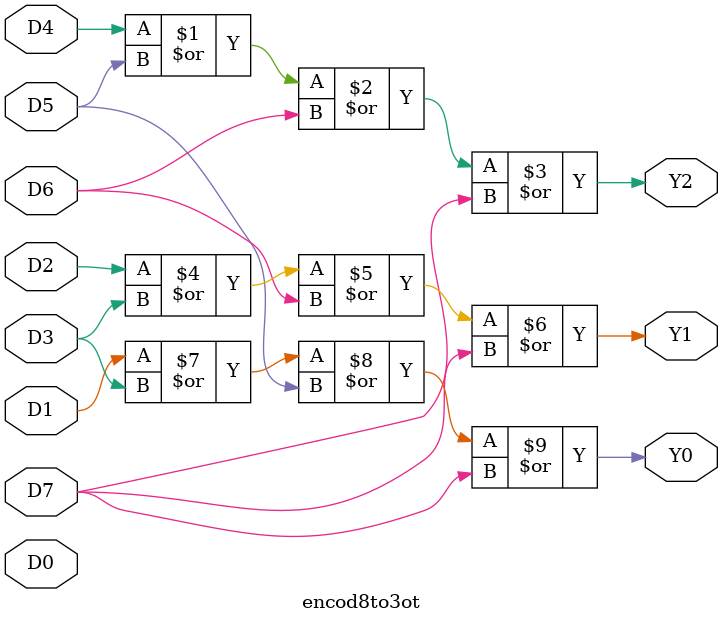
<source format=v>
module encod8to3ot(Y2,Y1,Y0,D7,D6,D5,D4,D3,D2,D1,D0);
	output Y2,Y1,Y0;
	input D7,D6,D5,D4,D3,D2,D1,D0;
	assign Y2=(D4|D5|D6|D7);
	assign Y1=(D2|D3|D6|D7);
	assign Y0=(D1|D3|D5|D7);
endmodule

</source>
